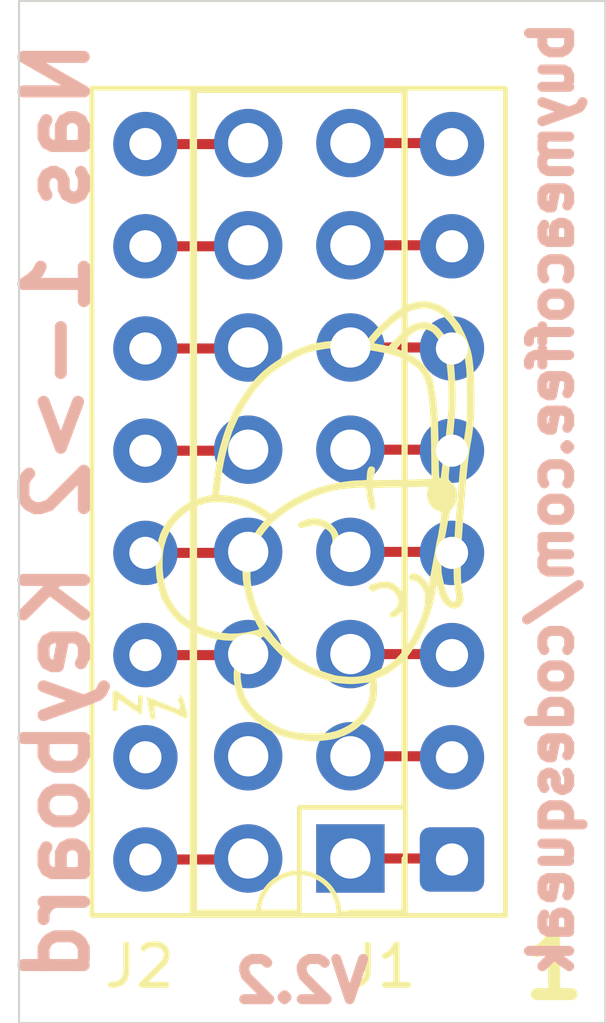
<source format=kicad_pcb>
(kicad_pcb (version 20241229) (generator "pcbnew") (generator_version "9.0")
  (title_block (title "N1 Keyboard Adaptor - Kicad 9") (date "2025-04-26") (rev "2.2"))
  (layers (0 "F.Cu" signal) (2 "B.Cu" signal) (13 "F.Paste" user) (15 "B.Paste" user) (5 "F.SilkS" user "F.Silkscreen") (7 "B.SilkS" user "B.Silkscreen") (1 "F.Mask" user) (3 "B.Mask" user) (25 "Edge.Cuts" user))
  (net 0 "")
  (net 1 "GND")
  (net 2 "D7")
  (net 3 "KBD_RESET")
  (net 4 "S6")
  (net 5 "KBD_COUNTER")
  (net 6 "S3")
  (net 7 "~{RESET}")
  (net 8 "S5")
  (net 9 "S4")
  (net 10 "S0")
  (net 11 "S2")
  (net 12 "VCC")
  (net 13 "S1")
  (net 14 "Q5")
  (net 15 "Q2")
  (footprint "Package_DIP:DIP-16_W7.62mm_Socket" (layer "F.Cu") (at 119.761 61.341 180)
    (property "Reference" "J1" (at 1.761 -2.659 0) (layer "F.SilkS"))
    (property "Value" "Nas 1 KBD")
    (pad "1" thru_hole roundrect (at 0 0 180) (size 1.6 1.6) (drill 0.8) (layers "*.Cu" "*.Mask") (roundrect_rratio 0.15625) (net 13 "S1"))
    (pad "2" thru_hole circle (at 0 2.54 180) (size 1.6 1.6) (drill 0.8) (layers "*.Cu" "*.Mask") (net 11 "S2"))
    (pad "3" thru_hole circle (at 0 5.08 180) (size 1.6 1.6) (drill 0.8) (layers "*.Cu" "*.Mask") (net 10 "S0"))
    (pad "4" thru_hole circle (at 0 7.62 180) (size 1.6 1.6) (drill 0.8) (layers "*.Cu" "*.Mask") (net 9 "S4"))
    (pad "5" thru_hole circle (at 0 10.16 180) (size 1.6 1.6) (drill 0.8) (layers "*.Cu" "*.Mask") (net 8 "S5"))
    (pad "6" thru_hole circle (at 0 12.7 180) (size 1.6 1.6) (drill 0.8) (layers "*.Cu" "*.Mask") (net 6 "S3"))
    (pad "7" thru_hole circle (at 0 15.24 180) (size 1.6 1.6) (drill 0.8) (layers "*.Cu" "*.Mask") (net 4 "S6"))
    (pad "8" thru_hole circle (at 0 17.78 180) (size 1.6 1.6) (drill 0.8) (layers "*.Cu" "*.Mask") (net 2 "D7"))
    (pad "9" thru_hole circle (at 7.62 17.78 180) (size 1.6 1.6) (drill 0.8) (layers "*.Cu" "*.Mask") (net 1 "GND"))
    (pad "10" thru_hole circle (at 7.62 15.24 180) (size 1.6 1.6) (drill 0.8) (layers "*.Cu" "*.Mask") (net 3 "KBD_RESET"))
    (pad "11" thru_hole circle (at 7.62 12.7 180) (size 1.6 1.6) (drill 0.8) (layers "*.Cu" "*.Mask") (net 5 "KBD_COUNTER"))
    (pad "12" thru_hole circle (at 7.62 10.16 180) (size 1.6 1.6) (drill 0.8) (layers "*.Cu" "*.Mask") (net 7 "~{RESET}"))
    (pad "13" thru_hole circle (at 7.62 7.62 180) (size 1.6 1.6) (drill 0.8) (layers "*.Cu" "*.Mask") (net 15 "Q2"))
    (pad "14" thru_hole circle (at 7.62 5.08 180) (size 1.6 1.6) (drill 0.8) (layers "*.Cu" "*.Mask") (net 14 "Q5"))
    (pad "15" thru_hole circle (at 7.62 2.54 180) (size 1.6 1.6) (drill 0.8) (layers "*.Cu" "*.Mask"))
    (pad "16" thru_hole circle (at 7.62 0 180) (size 1.6 1.6) (drill 0.8) (layers "*.Cu" "*.Mask") (net 12 "VCC"))
  )
  (footprint "Connector_PinHeader_2.54mm:PinHeader_2x08_P2.54mm_Vertical" (layer "F.Cu") (at 117.236 61.316 180)
    (property "Reference" "J2" (at 5.236 -2.684 0) (layer "F.SilkS"))
    (property "Value" "NAS 2 KBD")
    (pad "1" thru_hole rect (at 0 0 180) (size 1.7 1.7) (drill 1) (layers "*.Cu" "*.Mask") (net 13 "S1"))
    (pad "2" thru_hole oval (at 2.54 0 180) (size 1.7 1.7) (drill 1) (layers "*.Cu" "*.Mask") (net 12 "VCC"))
    (pad "3" thru_hole oval (at 0 2.54 180) (size 1.7 1.7) (drill 1) (layers "*.Cu" "*.Mask") (net 11 "S2"))
    (pad "4" thru_hole oval (at 2.54 2.54 180) (size 1.7 1.7) (drill 1) (layers "*.Cu" "*.Mask"))
    (pad "5" thru_hole oval (at 0 5.08 180) (size 1.7 1.7) (drill 1) (layers "*.Cu" "*.Mask") (net 10 "S0"))
    (pad "6" thru_hole oval (at 2.54 5.08 180) (size 1.7 1.7) (drill 1) (layers "*.Cu" "*.Mask") (net 14 "Q5"))
    (pad "7" thru_hole oval (at 0 7.62 180) (size 1.7 1.7) (drill 1) (layers "*.Cu" "*.Mask") (net 9 "S4"))
    (pad "8" thru_hole oval (at 2.54 7.62 180) (size 1.7 1.7) (drill 1) (layers "*.Cu" "*.Mask") (net 15 "Q2"))
    (pad "9" thru_hole oval (at 0 10.16 180) (size 1.7 1.7) (drill 1) (layers "*.Cu" "*.Mask") (net 8 "S5"))
    (pad "10" thru_hole oval (at 2.54 10.16 180) (size 1.7 1.7) (drill 1) (layers "*.Cu" "*.Mask") (net 7 "~{RESET}"))
    (pad "11" thru_hole oval (at 0 12.7 180) (size 1.7 1.7) (drill 1) (layers "*.Cu" "*.Mask") (net 6 "S3"))
    (pad "12" thru_hole oval (at 2.54 12.7 180) (size 1.7 1.7) (drill 1) (layers "*.Cu" "*.Mask") (net 5 "KBD_COUNTER"))
    (pad "13" thru_hole oval (at 0 15.24 180) (size 1.7 1.7) (drill 1) (layers "*.Cu" "*.Mask") (net 4 "S6"))
    (pad "14" thru_hole oval (at 2.54 15.24 180) (size 1.7 1.7) (drill 1) (layers "*.Cu" "*.Mask") (net 3 "KBD_RESET"))
    (pad "15" thru_hole oval (at 0 17.78 180) (size 1.7 1.7) (drill 1) (layers "*.Cu" "*.Mask") (net 2 "D7"))
    (pad "16" thru_hole oval (at 2.54 17.78 180) (size 1.7 1.7) (drill 1) (layers "*.Cu" "*.Mask") (net 1 "GND"))
  )
  (footprint "LOGO" (layer "F.Cu") (at 116.153494 53.244273 90)
    (property "Reference" "G001" (hide yes))
    (property "Value" "LOGO" (hide yes))
  )
  (gr_line (start 122.301 65.405) (end 123.571 65.405) (stroke (width 0.05)) (layer "Edge.Cuts"))
  (gr_line (start 109 40.005) (end 123.571 40.005) (stroke (width 0.05)) (layer "Edge.Cuts"))
  (gr_line (start 123.571 40.005) (end 123.571 65.405) (stroke (width 0.05)) (layer "Edge.Cuts"))
  (gr_line (start 109 65.405) (end 109 40.005) (stroke (width 0.05)) (layer "Edge.Cuts"))
  (gr_line (start 122.301 65.405) (end 109 65.405) (stroke (width 0.05)) (layer "Edge.Cuts"))
  (gr_text "1" (at 122.301 64.008 0) (layer "F.SilkS") (effects (font (size 1.5 1.5) (thickness 0.3))))
  (gr_text "V2.2" (at 116.0272 64.3636 0) (layer "B.SilkS") (effects (font (size 1 1) (thickness 0.25)) (justify mirror)))
  (gr_text "buymeacoffee.com/codesqueak" (at 122.2248 52.3748 90) (layer "B.SilkS") (effects (font (size 1 1) (thickness 0.25)) (justify mirror)))
  (gr_text "Nas 1->2 Keyboard" (at 109.9312 52.6796 90) (layer "B.SilkS") (effects (font (size 1.5 1.5) (thickness 0.3)) (justify mirror)))
  (segment (start 112.141 43.561) (end 114.671 43.561) (width 0.25) (layer "F.Cu") (net 1))
  (segment (start 114.671 43.561) (end 114.696 43.536) (width 0.25) (layer "F.Cu") (net 1))
  (segment (start 117.236 43.536) (end 119.736 43.536) (width 0.25) (layer "F.Cu") (net 2))
  (segment (start 119.736 43.536) (end 119.761 43.561) (width 0.25) (layer "F.Cu") (net 2))
  (segment (start 112.141 46.101) (end 114.671 46.101) (width 0.25) (layer "F.Cu") (net 3))
  (segment (start 114.671 46.101) (end 114.696 46.076) (width 0.25) (layer "F.Cu") (net 3))
  (segment (start 117.236 46.076) (end 119.736 46.076) (width 0.25) (layer "F.Cu") (net 4))
  (segment (start 119.736 46.076) (end 119.761 46.101) (width 0.25) (layer "F.Cu") (net 4))
  (segment (start 112.141 48.641) (end 114.671 48.641) (width 0.25) (layer "F.Cu") (net 5))
  (segment (start 114.671 48.641) (end 114.696 48.616) (width 0.25) (layer "F.Cu") (net 5))
  (segment (start 117.236 48.616) (end 119.736 48.616) (width 0.25) (layer "F.Cu") (net 6))
  (segment (start 119.736 48.616) (end 119.761 48.641) (width 0.25) (layer "F.Cu") (net 6))
  (segment (start 112.141 51.181) (end 114.671 51.181) (width 0.25) (layer "F.Cu") (net 7))
  (segment (start 114.671 51.181) (end 114.696 51.156) (width 0.25) (layer "F.Cu") (net 7))
  (segment (start 117.236 51.156) (end 119.736 51.156) (width 0.25) (layer "F.Cu") (net 8))
  (segment (start 119.736 51.156) (end 119.761 51.181) (width 0.25) (layer "F.Cu") (net 8))
  (segment (start 117.236 53.696) (end 119.736 53.696) (width 0.25) (layer "F.Cu") (net 9))
  (segment (start 119.736 53.696) (end 119.761 53.721) (width 0.25) (layer "F.Cu") (net 9))
  (segment (start 119.736 56.236) (end 119.761 56.261) (width 0.25) (layer "F.Cu") (net 10))
  (segment (start 117.236 56.236) (end 119.736 56.236) (width 0.25) (layer "F.Cu") (net 10))
  (segment (start 119.736 58.776) (end 119.761 58.801) (width 0.25) (layer "F.Cu") (net 11))
  (segment (start 117.236 58.776) (end 119.736 58.776) (width 0.25) (layer "F.Cu") (net 11))
  (segment (start 114.671 61.341) (end 114.696 61.316) (width 0.25) (layer "F.Cu") (net 12))
  (segment (start 112.141 61.341) (end 114.671 61.341) (width 0.25) (layer "F.Cu") (net 12))
  (segment (start 119.736 61.316) (end 119.761 61.341) (width 0.25) (layer "F.Cu") (net 13))
  (segment (start 117.236 61.316) (end 119.736 61.316) (width 0.25) (layer "F.Cu") (net 13))
  (segment (start 114.671 56.261) (end 114.696 56.236) (width 0.25) (layer "F.Cu") (net 14))
  (segment (start 112.141 56.261) (end 114.671 56.261) (width 0.25) (layer "F.Cu") (net 14))
  (segment (start 114.671 53.721) (end 114.696 53.696) (width 0.25) (layer "F.Cu") (net 15))
  (segment (start 112.141 53.721) (end 114.671 53.721) (width 0.25) (layer "F.Cu") (net 15))
)
</source>
